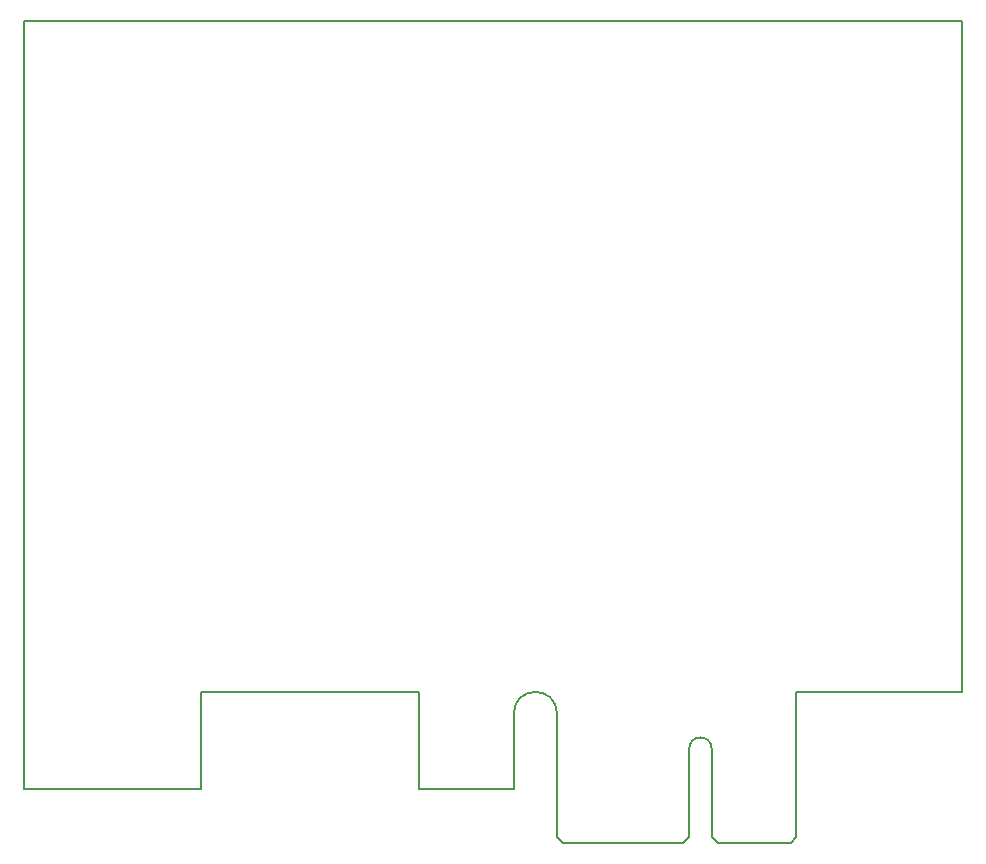
<source format=gko>
G04 Layer: BoardOutline*
G04 EasyEDA v6.4.19.4, 2021-05-08T19:32:42+08:00*
G04 959c2f807fa24cb394336e4151b9ccfb,119f753a6ce64b8d841f2ad33262ab0c,10*
G04 Gerber Generator version 0.2*
G04 Scale: 100 percent, Rotated: No, Reflected: No *
G04 Dimensions in millimeters *
G04 leading zeros omitted , absolute positions ,4 integer and 5 decimal *
%FSLAX45Y45*%
%MOMM*%

%ADD10C,0.1520*%
D10*
X4651499Y195579D02*
G01*
X4651758Y-446788D01*
X3851658Y-446788D01*
X3851658Y378203D01*
X2006600Y378203D01*
X2006600Y-446788D01*
X508000Y-446788D01*
X508000Y6057900D01*
X7042658Y6057900D01*
X5016586Y195534D02*
G01*
X5016649Y-846919D01*
X5066680Y-896967D01*
X6086487Y-896967D01*
X6136530Y-846919D01*
X6136591Y-101965D01*
X7042658Y378205D02*
G01*
X8445500Y378205D01*
X8445500Y6057900D01*
X7042658Y6057900D01*
X6326596Y-101965D02*
G01*
X6326596Y-846942D01*
X6376639Y-896988D01*
X6996607Y-896993D01*
X6996607Y-896993D02*
G01*
X7041578Y-852035D01*
X7042658Y378203D02*
G01*
X7042658Y-850900D01*
G75*
G01*
X4651593Y195537D02*
G02*
X5016591Y195537I182499J0D01*
G75*
G01*
X6136589Y-101963D02*
G02*
X6326586Y-101963I94999J-695D01*

%LPD*%
M02*

</source>
